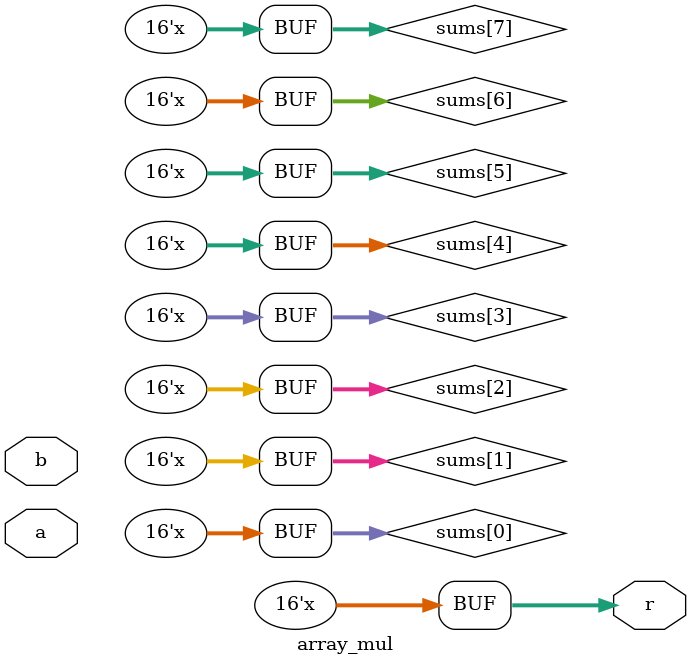
<source format=v>
module array_mul(r, a, b);
	output[15:0] r;
	input [7:0] a, b;
	wire[15:0] shifted[7:0], sums[7:0];
	assign sums[0] = shifted[0];
	assign r = sums[7];

	genvar i;
	generate
		for(i = 0; i < 8; i = i + 1) begin: shifts
			assign shifted[i] = a<<i & {16{b[i]}};
		end

		for(i = 1; i < 8; i = i + 1) begin: adders
			assign sums[i] = sums[i - 1] + shifted[i];
		end
	endgenerate

endmodule
</source>
